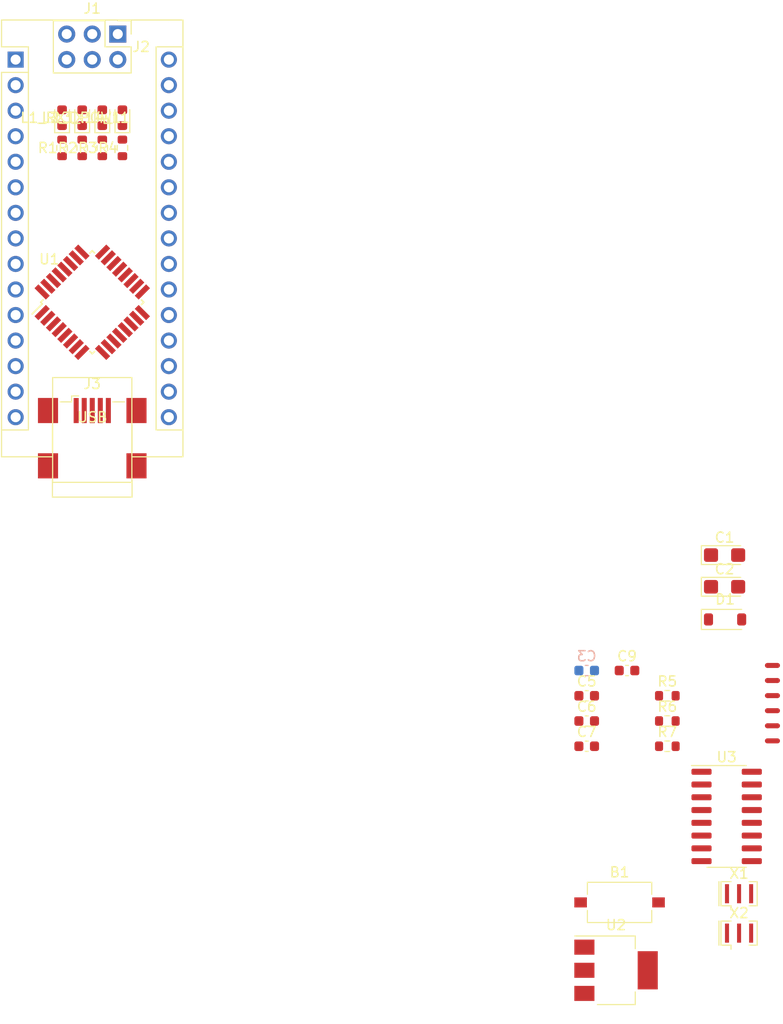
<source format=kicad_pcb>
(kicad_pcb (version 20221018) (generator pcbnew)
  (layers (0 "F.Cu" signal) (31 "B.Cu" signal) (34 "B.Paste" user) (35 "F.Paste" user) (36 "B.SilkS" user "B.Silkscreen") (37 "F.SilkS" user "F.Silkscreen") (38 "B.Mask" user) (39 "F.Mask" user) (44 "Edge.Cuts" user))
  (net 0 "")
  (net 1 "/tx_ch340")
  (net 2 "/pd0")
  (net 3 "/rx_ch340")
  (net 4 "/pd1")
  (net 5 "/pc6")
  (net 6 "+5V")
  (net 7 "+12V")
  (net 8 "Net-(U3-V3)")
  (net 9 "Net-(D1-A)")
  (net 10 "/pd2")
  (net 11 "/pd3")
  (net 12 "/pd4")
  (net 13 "/pd5")
  (net 14 "/pd6")
  (net 15 "/pd7")
  (net 16 "/pb0")
  (net 17 "/pb1")
  (net 18 "/pb2")
  (net 19 "/mosi")
  (net 20 "/miso")
  (net 21 "/pb5")
  (net 22 "+3V3")
  (net 23 "/aref")
  (net 24 "/pc0")
  (net 25 "/pc1")
  (net 26 "/pc2")
  (net 27 "/pc3")
  (net 28 "/adc4")
  (net 29 "/adc5")
  (net 30 "/adc6")
  (net 31 "/adc7")
  (net 35 "/usb_negative")
  (net 36 "/usb_plus")
  (net 37 "/usb_id")
  (net 38 "Net-(L1_RX1-K)")
  (net 39 "Net-(L2_TX1-K)")
  (net 40 "Net-(L3_POW1-A)")
  (net 41 "Net-(L4_L1-A)")
  (net 42 "/d13")
  (net 43 "Net-(U3-TXD)")
  (net 44 "Net-(U3-RXD)")
  (net 45 "/dtr")
  (net 46 "/pb6")
  (net 47 "/pb7")
  (net 48 "/xtal_1")
  (net 49 "/xtal_2")
  (net 50 "/cts")
  (net 51 "/dsr")
  (net 52 "/ri")
  (net 53 "/dcd")
  (net 54 "/rtr")
  (net 55 "/r232")
  (net 56 "/xtal_1_atmega328")
  (net 57 "/xtal_2_atmega328")
  (net 58 "/xtal_1_ch340")
  (net 59 "/xtal_2_ch340")
  (footprint "oomlout_oomp_part_footprints:c6nf100_electronic_capacitor_0603_100_nano_farad" (layer "F.Cu") (at 53.187 42.973)
    (fp_text reference "C9" (at 0 -1.43) (layer "F.SilkS"))
    (fp_text value "c6nf100")
    (fp_line (start -0.14058 -0.51) (end 0.14058 -0.51) (stroke (width 0.12)) (layer "F.SilkS"))
    (fp_line (start -0.14058 0.51) (end 0.14058 0.51) (stroke (width 0.12)) (layer "F.SilkS"))
    (pad "1" smd roundrect (at -0.775 0) (size 0.9 0.95) (layers "F.Cu" "F.Paste" "F.Mask") (net 6 "+5V"))
    (pad "2" smd roundrect (at 0.775 0) (size 0.9 0.95) (layers "F.Cu" "F.Paste" "F.Mask") (net 6 "+5V"))
  )
  (footprint "oomlout_oomp_part_footprints:r6o102_electronic_resistor_0603_1000_ohm" (layer "F.Cu") (at 57.197 50.503)
    (fp_text reference "R7" (at 0 -1.43) (layer "F.SilkS"))
    (fp_text value "r6o102")
    (fp_line (start -0.237258 -0.5225) (end 0.237258 -0.5225) (stroke (width 0.12)) (layer "F.SilkS"))
    (fp_line (start -0.237258 0.5225) (end 0.237258 0.5225) (stroke (width 0.12)) (layer "F.SilkS"))
    (pad "1" smd roundrect (at -0.825 0) (size 0.8 0.95) (layers "F.Cu" "F.Paste" "F.Mask") (net 45 "/dtr"))
    (pad "2" smd roundrect (at 0.825 0) (size 0.8 0.95) (layers "F.Cu" "F.Paste" "F.Mask") (net 6 "+5V"))
  )
  (footprint "oomlout_oomp_part_footprints:l6r_electronic_led_0603_red" (layer "F.Cu") (at 1 -12 90)
    (fp_text reference "L3_POW1" (at 0 -1.43) (layer "F.SilkS"))
    (fp_text value "l6r")
    (fp_line (start -1.485 -0.735) (end -1.485 0.735) (stroke (width 0.12)) (layer "F.SilkS"))
    (fp_line (start -1.485 0.735) (end 0.8 0.735) (stroke (width 0.12)) (layer "F.SilkS"))
    (fp_line (start 0.8 -0.735) (end -1.485 -0.735) (stroke (width 0.12)) (layer "F.SilkS"))
    (pad "1" smd roundrect (at -0.7875 0 90) (size 0.875 0.95) (layers "F.Cu" "F.Paste" "F.Mask") (net 6 "+5V"))
    (pad "2" smd roundrect (at 0.7875 0 90) (size 0.875 0.95) (layers "F.Cu" "F.Paste" "F.Mask") (net 40 "Net-(L3_POW1-A)"))
  )
  (footprint "oomlout_oomp_part_footprints:scumnsmo_electronic_socket_usb_mini_surface_mount_only" (layer "F.Cu") (at 0 19.717)
    (fp_text reference "J3" (at 0 -5.25) (layer "F.SilkS"))
    (fp_text value "scumnsmo")
    (fp_line (start -3.96 1.45) (end -3.96 -1.15) (stroke (width 0.12)) (layer "F.SilkS"))
    (fp_line (start -3.96 4.35) (end -3.96 6.01) (stroke (width 0.12)) (layer "F.SilkS"))
    (fp_line (start -3.96 6.01) (end 3.96 6.01) (stroke (width 0.12)) (layer "F.SilkS"))
    (fp_line (start -3.2 -3.46) (end -2.05 -3.46) (stroke (width 0.12)) (layer "F.SilkS"))
    (fp_line (start -2.05 -4.05) (end -1.35 -4.05) (stroke (width 0.12)) (layer "F.SilkS"))
    (fp_line (start -2.05 -3.46) (end -2.05 -4.05) (stroke (width 0.12)) (layer "F.SilkS"))
    (fp_line (start 2.05 -3.46) (end 3.2 -3.46) (stroke (width 0.12)) (layer "F.SilkS"))
    (fp_line (start 3.96 -1.15) (end 3.96 1.45) (stroke (width 0.12)) (layer "F.SilkS"))
    (fp_line (start 3.96 6.01) (end 3.96 4.35) (stroke (width 0.12)) (layer "F.SilkS"))
    (pad "" np_thru_hole circle (at -2.2 0) (size 0.9 0.9) (drill 0.9) (layers "*.Cu" "*.Mask"))
    (pad "" np_thru_hole circle (at 2.2 0) (size 0.9 0.9) (drill 0.9) (layers "*.Cu" "*.Mask"))
    (pad "1" smd rect (at -1.6 -2.6) (size 0.5 2.5) (layers "F.Cu" "F.Paste" "F.Mask") (net 9 "Net-(D1-A)"))
    (pad "2" smd rect (at -0.8 -2.6) (size 0.5 2.5) (layers "F.Cu" "F.Paste" "F.Mask") (net 35 "/usb_negative"))
    (pad "3" smd rect (at 0 -2.6) (size 0.5 2.5) (layers "F.Cu" "F.Paste" "F.Mask") (net 36 "/usb_plus"))
    (pad "4" smd rect (at 0.8 -2.6) (size 0.5 2.5) (layers "F.Cu" "F.Paste" "F.Mask") (net 37 "/usb_id"))
    (pad "5" smd rect (at 1.6 -2.6) (size 0.5 2.5) (layers "F.Cu" "F.Paste" "F.Mask") (net 6 "+5V"))
    (pad "6" smd rect (at -4.4 -2.6) (size 2 2.5) (layers "F.Cu" "F.Paste" "F.Mask") (net 6 "+5V"))
    (pad "6" smd rect (at -4.4 2.9) (size 2 2.5) (layers "F.Cu" "F.Paste" "F.Mask") (net 6 "+5V"))
    (pad "6" smd rect (at 4.4 -2.6) (size 2 2.5) (layers "F.Cu" "F.Paste" "F.Mask") (net 6 "+5V"))
    (pad "6" smd rect (at 4.4 2.9) (size 2 2.5) (layers "F.Cu" "F.Paste" "F.Mask") (net 6 "+5V"))
  )
  (footprint "oomlout_oomp_part_footprints:xcr3213mhz16_electronic_ceramic_resonator_3213_3_pin_ground_pin_2_16_mega_hertz" (layer "F.Cu") (at 64.332 65.168)
    (fp_text reference "X1" (at 0 -2) (layer "F.SilkS"))
    (fp_text value "xcr3213mhz16")
    (fp_line (start -2 -1.2) (end -2 0.8) (stroke (width 0.12)) (layer "F.SilkS"))
    (fp_line (start -2 0.8) (end -2 1.2) (stroke (width 0.12)) (layer "F.SilkS"))
    (fp_line (start -1.8 -1.2) (end -0.8 -1.2) (stroke (width 0.12)) (layer "F.SilkS"))
    (fp_line (start -1.8 0.8) (end -1.8 -1.2) (stroke (width 0.12)) (layer "F.SilkS"))
    (fp_line (start -1.8 0.8) (end -1.8 1.2) (stroke (width 0.12)) (layer "F.SilkS"))
    (fp_line (start -0.8 1.2) (end -1.8 1.2) (stroke (width 0.12)) (layer "F.SilkS"))
    (fp_line (start -0.8 1.2) (end -0.8 1.6) (stroke (width 0.12)) (layer "F.SilkS"))
    (fp_line (start 1 -1.2) (end 1.8 -1.2) (stroke (width 0.12)) (layer "F.SilkS"))
    (fp_line (start 1.8 -1.2) (end 1.8 0.8) (stroke (width 0.12)) (layer "F.SilkS"))
    (fp_line (start 1.8 0.8) (end 1.8 1.2) (stroke (width 0.12)) (layer "F.SilkS"))
    (fp_line (start 1.8 1.2) (end 1 1.2) (stroke (width 0.12)) (layer "F.SilkS"))
    (pad "1" smd rect (at -1.2 0) (size 0.4 1.9) (layers "F.Cu" "F.Paste" "F.Mask") (net 56 "/xtal_1_atmega328"))
    (pad "2" smd rect (at 0 0) (size 0.4 1.9) (layers "F.Cu" "F.Paste" "F.Mask") (net 6 "+5V"))
    (pad "3" smd rect (at 1.2 0) (size 0.4 1.9) (layers "F.Cu" "F.Paste" "F.Mask") (net 57 "/xtal_2_atmega328"))
  )
  (footprint "oomlout_oomp_part_footprints:l6r_electronic_led_0603_red" (layer "F.Cu") (at -1 -12 90)
    (fp_text reference "L2_TX1" (at 0 -1.43) (layer "F.SilkS"))
    (fp_text value "l6r")
    (fp_line (start -1.485 -0.735) (end -1.485 0.735) (stroke (width 0.12)) (layer "F.SilkS"))
    (fp_line (start -1.485 0.735) (end 0.8 0.735) (stroke (width 0.12)) (layer "F.SilkS"))
    (fp_line (start 0.8 -0.735) (end -1.485 -0.735) (stroke (width 0.12)) (layer "F.SilkS"))
    (pad "1" smd roundrect (at -0.7875 0 90) (size 0.875 0.95) (layers "F.Cu" "F.Paste" "F.Mask") (net 39 "Net-(L2_TX1-K)"))
    (pad "2" smd roundrect (at 0.7875 0 90) (size 0.875 0.95) (layers "F.Cu" "F.Paste" "F.Mask") (net 6 "+5V"))
  )
  (footprint "oomlout_oomp_part_footprints:r6o102_electronic_resistor_0603_1000_ohm" (layer "F.Cu") (at 1 -9 90)
    (fp_text reference "R3" (at 0 -1.43) (layer "F.SilkS"))
    (fp_text value "r6o102")
    (fp_line (start -0.237258 -0.5225) (end 0.237258 -0.5225) (stroke (width 0.12)) (layer "F.SilkS"))
    (fp_line (start -0.237258 0.5225) (end 0.237258 0.5225) (stroke (width 0.12)) (layer "F.SilkS"))
    (pad "1" smd roundrect (at -0.825 0 90) (size 0.8 0.95) (layers "F.Cu" "F.Paste" "F.Mask") (net 40 "Net-(L3_POW1-A)"))
    (pad "2" smd roundrect (at 0.825 0 90) (size 0.8 0.95) (layers "F.Cu" "F.Paste" "F.Mask") (net 6 "+5V"))
  )
  (footprint "oomlout_oomp_part_footprints:nt2_electronic_nettie_2_nets_smd" (layer "F.Cu") (at 67.652 46.968)
    (fp_text reference "nt2" hide)
    (fp_text value "nt2" hide)
    (fp_poly (pts (xy -0.5 -0.25) (xy 0.5 -0.25) (xy 0.5 0.25) (xy -0.5 0.25)) (fill solid) (layer "F.Cu"))
    (pad "1" smd circle (at -0.5 0) (size 0.5 0.5) (layers "F.Cu") (net 2 "/pd0"))
    (pad "2" smd circle (at 0.5 0) (size 0.5 0.5) (layers "F.Cu") (net 1 "/tx_ch340"))
  )
  (footprint "oomlout_oomp_part_footprints:catuf4d716v_electronic_capacitor_3216_avx_a_tantalum_4_7_micro_farad_16_volt" (layer "F.Cu") (at 62.892 31.493)
    (fp_text reference "C1" (at 0 -1.75) (layer "F.SilkS"))
    (fp_text value "catuf4d716v")
    (fp_line (start -2.31 -0.935) (end -2.31 0.935) (stroke (width 0.12)) (layer "F.SilkS"))
    (fp_line (start -2.31 0.935) (end 1.6 0.935) (stroke (width 0.12)) (layer "F.SilkS"))
    (fp_line (start 1.6 -0.935) (end -2.31 -0.935) (stroke (width 0.12)) (layer "F.SilkS"))
    (pad "1" smd roundrect (at -1.35 0) (size 1.4 1.35) (layers "F.Cu" "F.Paste" "F.Mask") (roundrect_rratio 0.185185) (net 7 "+12V"))
    (pad "2" smd roundrect (at 1.35 0) (size 1.4 1.35) (layers "F.Cu" "F.Paste" "F.Mask") (roundrect_rratio 0.185185) (net 6 "+5V"))
  )
  (footprint "oomlout_oomp_part_footprints:isp16ch340g_electronic_ic_sop_16_converter_usb_to_serial_converter_wch_ch340g" (layer "F.Cu") (at 63.097 57.483)
    (fp_text reference "U3" (at 0 -5.9) (layer "F.SilkS"))
    (fp_text value "isp16ch340g")
    (fp_line (start 0 -5.06) (end -3.5 -5.06) (stroke (width 0.12)) (layer "F.SilkS"))
    (fp_line (start 0 -5.06) (end 1.95 -5.06) (stroke (width 0.12)) (layer "F.SilkS"))
    (fp_line (start 0 5.06) (end -1.95 5.06) (stroke (width 0.12)) (layer "F.SilkS"))
    (fp_line (start 0 5.06) (end 1.95 5.06) (stroke (width 0.12)) (layer "F.SilkS"))
    (pad "1" smd roundrect (at -2.5 -4.445) (size 2 0.6) (layers "F.Cu" "F.Paste" "F.Mask") (net 6 "+5V"))
    (pad "2" smd roundrect (at -2.5 -3.175) (size 2 0.6) (layers "F.Cu" "F.Paste" "F.Mask") (net 43 "Net-(U3-TXD)"))
    (pad "3" smd roundrect (at -2.5 -1.905) (size 2 0.6) (layers "F.Cu" "F.Paste" "F.Mask") (net 44 "Net-(U3-RXD)"))
    (pad "4" smd roundrect (at -2.5 -0.635) (size 2 0.6) (layers "F.Cu" "F.Paste" "F.Mask") (net 8 "Net-(U3-V3)"))
    (pad "5" smd roundrect (at -2.5 0.635) (size 2 0.6) (layers "F.Cu" "F.Paste" "F.Mask") (net 36 "/usb_plus"))
    (pad "6" smd roundrect (at -2.5 1.905) (size 2 0.6) (layers "F.Cu" "F.Paste" "F.Mask") (net 35 "/usb_negative"))
    (pad "7" smd roundrect (at -2.5 3.175) (size 2 0.6) (layers "F.Cu" "F.Paste" "F.Mask") (net 48 "/xtal_1"))
    (pad "8" smd roundrect (at -2.5 4.445) (size 2 0.6) (layers "F.Cu" "F.Paste" "F.Mask") (net 49 "/xtal_2"))
    (pad "9" smd roundrect (at 2.5 4.445) (size 2 0.6) (layers "F.Cu" "F.Paste" "F.Mask") (net 50 "/cts"))
    (pad "10" smd roundrect (at 2.5 3.175) (size 2 0.6) (layers "F.Cu" "F.Paste" "F.Mask") (net 51 "/dsr"))
    (pad "11" smd roundrect (at 2.5 1.905) (size 2 0.6) (layers "F.Cu" "F.Paste" "F.Mask") (net 52 "/ri"))
    (pad "12" smd roundrect (at 2.5 0.635) (size 2 0.6) (layers "F.Cu" "F.Paste" "F.Mask") (net 53 "/dcd"))
    (pad "13" smd roundrect (at 2.5 -0.635) (size 2 0.6) (layers "F.Cu" "F.Paste" "F.Mask") (net 45 "/dtr"))
    (pad "14" smd roundrect (at 2.5 -1.905) (size 2 0.6) (layers "F.Cu" "F.Paste" "F.Mask") (net 54 "/rtr"))
    (pad "15" smd roundrect (at 2.5 -3.175) (size 2 0.6) (layers "F.Cu" "F.Paste" "F.Mask") (net 55 "/r232"))
    (pad "16" smd roundrect (at 2.5 -4.445) (size 2 0.6) (layers "F.Cu" "F.Paste" "F.Mask") (net 6 "+5V"))
  )
  (footprint "oomlout_oomp_part_footprints:r6o102_electronic_resistor_0603_1000_ohm" (layer "F.Cu") (at 3 -9 90)
    (fp_text reference "R4" (at 0 -1.43) (layer "F.SilkS"))
    (fp_text value "r6o102")
    (fp_line (start -0.237258 -0.5225) (end 0.237258 -0.5225) (stroke (width 0.12)) (layer "F.SilkS"))
    (fp_line (start -0.237258 0.5225) (end 0.237258 0.5225) (stroke (width 0.12)) (layer "F.SilkS"))
    (pad "1" smd roundrect (at -0.825 0 90) (size 0.8 0.95) (layers "F.Cu" "F.Paste" "F.Mask") (net 41 "Net-(L4_L1-A)"))
    (pad "2" smd roundrect (at 0.825 0 90) (size 0.8 0.95) (layers "F.Cu" "F.Paste" "F.Mask") (net 42 "/d13"))
  )
  (footprint "oomlout_oomp_part_footprints:l6r_electronic_led_0603_red" (layer "F.Cu") (at 3 -12 90)
    (fp_text reference "L4_L1" (at 0 -1.43) (layer "F.SilkS"))
    (fp_text value "l6r")
    (fp_line (start -1.485 -0.735) (end -1.485 0.735) (stroke (width 0.12)) (layer "F.SilkS"))
    (fp_line (start -1.485 0.735) (end 0.8 0.735) (stroke (width 0.12)) (layer "F.SilkS"))
    (fp_line (start 0.8 -0.735) (end -1.485 -0.735) (stroke (width 0.12)) (layer "F.SilkS"))
    (pad "1" smd roundrect (at -0.7875 0 90) (size 0.875 0.95) (layers "F.Cu" "F.Paste" "F.Mask") (net 6 "+5V"))
    (pad "2" smd roundrect (at 0.7875 0 90) (size 0.875 0.95) (layers "F.Cu" "F.Paste" "F.Mask") (net 41 "Net-(L4_L1-A)"))
  )
  (footprint "oomlout_oomp_part_footprints:r6o102_electronic_resistor_0603_1000_ohm" (layer "F.Cu") (at 57.197 45.483)
    (fp_text reference "R5" (at 0 -1.43) (layer "F.SilkS"))
    (fp_text value "r6o102")
    (fp_line (start -0.237258 -0.5225) (end 0.237258 -0.5225) (stroke (width 0.12)) (layer "F.SilkS"))
    (fp_line (start -0.237258 0.5225) (end 0.237258 0.5225) (stroke (width 0.12)) (layer "F.SilkS"))
    (pad "1" smd roundrect (at -0.825 0) (size 0.8 0.95) (layers "F.Cu" "F.Paste" "F.Mask") (net 43 "Net-(U3-TXD)"))
    (pad "2" smd roundrect (at 0.825 0) (size 0.8 0.95) (layers "F.Cu" "F.Paste" "F.Mask") (net 1 "/tx_ch340"))
  )
  (footprint "oomlout_oomp_part_footprints:c6nf100_electronic_capacitor_0603_100_nano_farad" (layer "F.Cu") (at 49.177 47.993)
    (fp_text reference "C6" (at 0 -1.43) (layer "F.SilkS"))
    (fp_text value "c6nf100")
    (fp_line (start -0.14058 -0.51) (end 0.14058 -0.51) (stroke (width 0.12)) (layer "F.SilkS"))
    (fp_line (start -0.14058 0.51) (end 0.14058 0.51) (stroke (width 0.12)) (layer "F.SilkS"))
    (pad "1" smd roundrect (at -0.775 0) (size 0.9 0.95) (layers "F.Cu" "F.Paste" "F.Mask") (net 6 "+5V"))
    (pad "2" smd roundrect (at 0.775 0) (size 0.9 0.95) (layers "F.Cu" "F.Paste" "F.Mask") (net 6 "+5V"))
  )
  (footprint "oomlout_oomp_part_footprints:c6nf100_electronic_capacitor_0603_100_nano_farad" (layer "F.Cu") (at 49.177 50.503)
    (fp_text reference "C7" (at 0 -1.43) (layer "F.SilkS"))
    (fp_text value "c6nf100")
    (fp_line (start -0.14058 -0.51) (end 0.14058 -0.51) (stroke (width 0.12)) (layer "F.SilkS"))
    (fp_line (start -0.14058 0.51) (end 0.14058 0.51) (stroke (width 0.12)) (layer "F.SilkS"))
    (pad "1" smd roundrect (at -0.775 0) (size 0.9 0.95) (layers "F.Cu" "F.Paste" "F.Mask") (net 7 "+12V"))
    (pad "2" smd roundrect (at 0.775 0) (size 0.9 0.95) (layers "F.Cu" "F.Paste" "F.Mask") (net 6 "+5V"))
  )
  (footprint "oomlout_oomp_part_footprints:nt2_electronic_nettie_2_nets_smd" (layer "F.Cu") (at 67.652 49.968)
    (fp_text reference "nt6" hide)
    (fp_text value "nt2" hide)
    (fp_poly (pts (xy -0.5 -0.25) (xy 0.5 -0.25) (xy 0.5 0.25) (xy -0.5 0.25)) (fill solid) (layer "F.Cu"))
    (pad "1" smd circle (at -0.5 0) (size 0.5 0.5) (layers "F.Cu") (net 2 "/pd0"))
    (pad "2" smd circle (at 0.5 0) (size 0.5 0.5) (layers "F.Cu") (net 2 "/pd0"))
  )
  (footprint "oomlout_oomp_part_footprints:dssod123pmb2_electronic_diode_schottky_sod_123_package_marking_b2_mbr0520" (layer "F.Cu") (at 62.942 37.893)
    (fp_text reference "D1" (at 0 -2) (layer "F.SilkS"))
    (fp_text value "dssod123pmb2")
    (fp_line (start -2.36 -1) (end -2.36 1) (stroke (width 0.12)) (layer "F.SilkS"))
    (fp_line (start -2.36 -1) (end 1.65 -1) (stroke (width 0.12)) (layer "F.SilkS"))
    (fp_line (start -2.36 1) (end 1.65 1) (stroke (width 0.12)) (layer "F.SilkS"))
    (pad "1" smd roundrect (at -1.65 0) (size 0.9 1.2) (layers "F.Cu" "F.Paste" "F.Mask") (net 6 "+5V"))
    (pad "2" smd roundrect (at 1.65 0) (size 0.9 1.2) (layers "F.Cu" "F.Paste" "F.Mask") (net 9 "Net-(D1-A)"))
  )
  (footprint "oomlout_oomp_part_footprints:nt2_electronic_nettie_2_nets_smd" (layer "F.Cu") (at 67.652 42.468)
    (fp_text reference "1111" hide)
    (fp_text value "nt2" hide)
    (fp_poly (pts (xy -0.5 -0.25) (xy 0.5 -0.25) (xy 0.5 0.25) (xy -0.5 0.25)) (fill solid) (layer "F.Cu"))
    (pad "1" smd circle (at -0.5 0) (size 0.5 0.5) (layers "F.Cu") (net 1 "/tx_ch340"))
    (pad "2" smd circle (at 0.5 0) (size 0.5 0.5) (layers "F.Cu") (net 2 "/pd0"))
  )
  (footprint "oomlout_oomp_part_footprints:l6r_electronic_led_0603_red" (layer "F.Cu") (at -3 -12 90)
    (fp_text reference "L1_RX1" (at 0 -1.43) (layer "F.SilkS"))
    (fp_text value "l6r")
    (fp_line (start -1.485 -0.735) (end -1.485 0.735) (stroke (width 0.12)) (layer "F.SilkS"))
    (fp_line (start -1.485 0.735) (end 0.8 0.735) (stroke (width 0.12)) (layer "F.SilkS"))
    (fp_line (start 0.8 -0.735) (end -1.485 -0.735) (stroke (width 0.12)) (layer "F.SilkS"))
    (pad "1" smd roundrect (at -0.7875 0 90) (size 0.875 0.95) (layers "F.Cu" "F.Paste" "F.Mask") (net 38 "Net-(L1_RX1-K)"))
    (pad "2" smd roundrect (at 0.7875 0 90) (size 0.875 0.95) (layers "F.Cu" "F.Paste" "F.Mask") (net 6 "+5V"))
  )
  (footprint "oomlout_oomp_part_footprints:catuf4d716v_electronic_capacitor_3216_avx_a_tantalum_4_7_micro_farad_16_volt" (layer "F.Cu") (at 62.892 34.643)
    (fp_text reference "C2" (at 0 -1.75) (layer "F.SilkS"))
    (fp_text value "catuf4d716v")
    (fp_line (start -2.31 -0.935) (end -2.31 0.935) (stroke (width 0.12)) (layer "F.SilkS"))
    (fp_line (start -2.31 0.935) (end 1.6 0.935) (stroke (width 0.12)) (layer "F.SilkS"))
    (fp_line (start 1.6 -0.935) (end -2.31 -0.935) (stroke (width 0.12)) (layer "F.SilkS"))
    (pad "1" smd roundrect (at -1.35 0) (size 1.4 1.35) (layers "F.Cu" "F.Paste" "F.Mask") (roundrect_rratio 0.185185) (net 6 "+5V"))
    (pad "2" smd roundrect (at 1.35 0) (size 1.4 1.35) (layers "F.Cu" "F.Paste" "F.Mask") (roundrect_rratio 0.185185) (net 6 "+5V"))
  )
  (footprint "oomlout_oomp_part_footprints:r6o102_electronic_resistor_0603_1000_ohm" (layer "F.Cu") (at -3 -9 90)
    (fp_text reference "R1" (at 0 -1.43) (layer "F.SilkS"))
    (fp_text value "r6o102")
    (fp_line (start -0.237258 -0.5225) (end 0.237258 -0.5225) (stroke (width 0.12)) (layer "F.SilkS"))
    (fp_line (start -0.237258 0.5225) (end 0.237258 0.5225) (stroke (width 0.12)) (layer "F.SilkS"))
    (pad "1" smd roundrect (at -0.825 0 90) (size 0.8 0.95) (layers "F.Cu" "F.Paste" "F.Mask") (net 38 "Net-(L1_RX1-K)"))
    (pad "2" smd roundrect (at 0.825 0 90) (size 0.8 0.95) (layers "F.Cu" "F.Paste" "F.Mask") (net 2 "/pd0"))
  )
  (footprint "oomlout_oomp_part_footprints:xcr3213mhz12_electronic_ceramic_resonator_3213_3_pin_ground_pin_2_12_mega_hertz" (layer "F.Cu") (at 64.332 69.088)
    (fp_text reference "X2" (at 0 -2) (layer "F.SilkS"))
    (fp_text value "xcr3213mhz12")
    (fp_line (start -2 -1.2) (end -2 0.8) (stroke (width 0.12)) (layer "F.SilkS"))
    (fp_line (start -2 0.8) (end -2 1.2) (stroke (width 0.12)) (layer "F.SilkS"))
    (fp_line (start -1.8 -1.2) (end -0.8 -1.2) (stroke (width 0.12)) (layer "F.SilkS"))
    (fp_line (start -1.8 0.8) (end -1.8 -1.2) (stroke (width 0.12)) (layer "F.SilkS"))
    (fp_line (start -1.8 0.8) (end -1.8 1.2) (stroke (width 0.12)) (layer "F.SilkS"))
    (fp_line (start -0.8 1.2) (end -1.8 1.2) (stroke (width 0.12)) (layer "F.SilkS"))
    (fp_line (start -0.8 1.2) (end -0.8 1.6) (stroke (width 0.12)) (layer "F.SilkS"))
    (fp_line (start 1 -1.2) (end 1.8 -1.2) (stroke (width 0.12)) (layer "F.SilkS"))
    (fp_line (start 1.8 -1.2) (end 1.8 0.8) (stroke (width 0.12)) (layer "F.SilkS"))
    (fp_line (start 1.8 0.8) (end 1.8 1.2) (stroke (width 0.12)) (layer "F.SilkS"))
    (fp_line (start 1.8 1.2) (end 1 1.2) (stroke (width 0.12)) (layer "F.SilkS"))
    (pad "1" smd rect (at -1.2 0) (size 0.4 1.9) (layers "F.Cu" "F.Paste" "F.Mask") (net 58 "/xtal_1_ch340"))
    (pad "2" smd rect (at 0 0) (size 0.4 1.9) (layers "F.Cu" "F.Paste" "F.Mask") (net 6 "+5V"))
    (pad "3" smd rect (at 1.2 0) (size 0.4 1.9) (layers "F.Cu" "F.Paste" "F.Mask") (net 59 "/xtal_2_ch340"))
  )
  (footprint "oomlout_oomp_part_footprints:r6o102_electronic_resistor_0603_1000_ohm" (layer "F.Cu") (at -1 -9 90)
    (fp_text reference "R2" (at 0 -1.43) (layer "F.SilkS"))
    (fp_text value "r6o102")
    (fp_line (start -0.237258 -0.5225) (end 0.237258 -0.5225) (stroke (width 0.12)) (layer "F.SilkS"))
    (fp_line (start -0.237258 0.5225) (end 0.237258 0.5225) (stroke (width 0.12)) (layer "F.SilkS"))
    (pad "1" smd roundrect (at -0.825 0 90) (size 0.8 0.95) (layers "F.Cu" "F.Paste" "F.Mask") (net 39 "Net-(L2_TX1-K)"))
    (pad "2" smd roundrect (at 0.825 0 90) (size 0.8 0.95) (layers "F.Cu" "F.Paste" "F.Mask") (net 4 "/pd1"))
  )
  (footprint "oomlout_oomp_part_footprints:hi12x3p_electronic_header_2d54_mm_dual_row_2x3_dual_row_6_pin" (layer "F.Cu") (at 2.54 -20.32 -90)
    (fp_text reference "J2" (at 1.27 -2.33) (layer "F.SilkS"))
    (fp_text value "hi12x3p")
    (fp_line (start -1.33 -1.33) (end 0 -1.33) (stroke (width 0.12)) (layer "F.SilkS"))
    (fp_line (start -1.33 0) (end -1.33 -1.33) (stroke (width 0.12)) (layer "F.SilkS"))
    (fp_line (start -1.33 1.27) (end -1.33 6.41) (stroke (width 0.12)) (layer "F.SilkS"))
    (fp_line (start -1.33 1.27) (end 1.27 1.27) (stroke (width 0.12)) (layer "F.SilkS"))
    (fp_line (start -1.33 6.41) (end 3.87 6.41) (stroke (width 0.12)) (layer "F.SilkS"))
    (fp_line (start 1.27 -1.33) (end 3.87 -1.33) (stroke (width 0.12)) (layer "F.SilkS"))
    (fp_line (start 1.27 1.27) (end 1.27 -1.33) (stroke (width 0.12)) (layer "F.SilkS"))
    (fp_line (start 3.87 -1.33) (end 3.87 6.41) (stroke (width 0.12)) (layer "F.SilkS"))
    (pad "1" thru_hole rect (at 0 0 270) (size 1.7 1.7) (drill 1) (layers "*.Cu" "*.Mask"))
    (pad "2" thru_hole oval (at 2.54 0 270) (size 1.7 1.7) (drill 1) (layers "*.Cu" "*.Mask") (net 6 "+5V"))
    (pad "3" thru_hole oval (at 0 2.54 270) (size 1.7 1.7) (drill 1) (layers "*.Cu" "*.Mask"))
    (pad "4" thru_hole oval (at 2.54 2.54 270) (size 1.7 1.7) (drill 1) (layers "*.Cu" "*.Mask") (net 19 "/mosi"))
    (pad "5" thru_hole oval (at 0 5.08 270) (size 1.7 1.7) (drill 1) (layers "*.Cu" "*.Mask"))
    (pad "6" thru_hole oval (at 2.54 5.08 270) (size 1.7 1.7) (drill 1) (layers "*.Cu" "*.Mask") (net 6 "+5V"))
  )
  (footprint "oomlout_oomp_part_footprints:b3560s_electronic_button_3_5_mm_x_6_mm_x_2_5_mm_surface_mount" (layer "F.Cu") (at 52.447 66.033)
    (fp_text reference "B1" (at 0 -3 unlocked) (layer "F.SilkS"))
    (fp_text value "b3560s")
    (fp_line (start -3.2 -2) (end -3.2 -0.8) (stroke (width 0.12)) (layer "F.SilkS"))
    (fp_line (start -3.2 0.8) (end -3.2 2) (stroke (width 0.12)) (layer "F.SilkS"))
    (fp_line (start -3.2 2) (end 3.2 2) (stroke (width 0.12)) (layer "F.SilkS"))
    (fp_line (start 3.2 -2) (end -3.2 -2) (stroke (width 0.12)) (layer "F.SilkS"))
    (fp_line (start 3.2 -0.8) (end 3.2 -2) (stroke (width 0.12)) (layer "F.SilkS"))
    (fp_line (start 3.2 2) (end 3.2 0.8) (stroke (width 0.12)) (layer "F.SilkS"))
    (pad "1" smd rect (at -3.875 0) (size 1.25 1) (layers "F.Cu" "F.Paste" "F.Mask") (net 5 "/pc6"))
    (pad "2" smd rect (at 3.875 0) (size 1.25 1) (layers "F.Cu" "F.Paste" "F.Mask") (net 6 "+5V"))
  )
  (footprint "oomlout_oomp_part_footprints:itq32at328_electronic_ic_tqfp_32_mcu_atmega328_microchip_atmega328p_aur" (layer "F.Cu") (at 0 6.35 45)
    (fp_text reference "U1" (at 0 -6.05) (layer "F.SilkS"))
    (fp_text value "itq32at328")
    (fp_line (start -3.625 -3.625) (end -3.625 -3.4) (stroke (width 0.15)) (layer "F.SilkS"))
    (fp_line (start -3.625 -3.625) (end -3.3 -3.625) (stroke (width 0.15)) (layer "F.SilkS"))
    (fp_line (start -3.625 -3.4) (end -5.05 -3.4) (stroke (width 0.15)) (layer "F.SilkS"))
    (fp_line (start -3.625 3.625) (end -3.625 3.3) (stroke (width 0.15)) (layer "F.SilkS"))
    (fp_line (start -3.625 3.625) (end -3.3 3.625) (stroke (width 0.15)) (layer "F.SilkS"))
    (fp_line (start 3.625 -3.625) (end 3.3 -3.625) (stroke (width 0.15)) (layer "F.SilkS"))
    (fp_line (start 3.625 -3.625) (end 3.625 -3.3) (stroke (width 0.15)) (layer "F.SilkS"))
    (fp_line (start 3.625 3.625) (end 3.3 3.625) (stroke (width 0.15)) (layer "F.SilkS"))
    (fp_line (start 3.625 3.625) (end 3.625 3.3) (stroke (width 0.15)) (layer "F.SilkS"))
    (pad "1" smd rect (at -4.25 -2.8 45) (size 1.6 0.55) (layers "F.Cu" "F.Paste" "F.Mask") (net 11 "/pd3"))
    (pad "2" smd rect (at -4.25 -2 45) (size 1.6 0.55) (layers "F.Cu" "F.Paste" "F.Mask") (net 12 "/pd4"))
    (pad "3" smd rect (at -4.25 -1.2 45) (size 1.6 0.55) (layers "F.Cu" "F.Paste" "F.Mask") (net 6 "+5V"))
    (pad "4" smd rect (at -4.25 -0.4 45) (size 1.6 0.55) (layers "F.Cu" "F.Paste" "F.Mask") (net 6 "+5V"))
    (pad "5" smd rect (at -4.25 0.4 45) (size 1.6 0.55) (layers "F.Cu" "F.Paste" "F.Mask") (net 6 "+5V"))
    (pad "6" smd rect (at -4.25 1.2 45) (size 1.6 0.55) (layers "F.Cu" "F.Paste" "F.Mask") (net 6 "+5V"))
    (pad "7" smd rect (at -4.25 2 45) (size 1.6 0.55) (layers "F.Cu" "F.Paste" "F.Mask") (net 46 "/pb6"))
    (pad "8" smd rect (at -4.25 2.8 45) (size 1.6 0.55) (layers "F.Cu" "F.Paste" "F.Mask") (net 47 "/pb7"))
    (pad "9" smd rect (at -2.8 4.25 135) (size 1.6 0.55) (layers "F.Cu" "F.Paste" "F.Mask") (net 13 "/pd5"))
    (pad "10" smd rect (at -2 4.25 135) (size 1.6 0.55) (layers "F.Cu" "F.Paste" "F.Mask") (net 14 "/pd6"))
    (pad "11" smd rect (at -1.2 4.25 135) (size 1.6 0.55) (layers "F.Cu" "F.Paste" "F.Mask") (net 15 "/pd7"))
    (pad "12" smd rect (at -0.4 4.25 135) (size 1.6 0.55) (layers "F.Cu" "F.Paste" "F.Mask") (net 16 "/pb0"))
    (pad "13" smd rect (at 0.4 4.25 135) (size 1.6 0.55) (layers "F.Cu" "F.Paste" "F.Mask") (net 17 "/pb1"))
    (pad "14" smd rect (at 1.2 4.25 135) (size 1.6 0.55) (layers "F.Cu" "F.Paste" "F.Mask") (net 18 "/pb2"))
    (pad "15" smd rect (at 2 4.25 135) (size 1.6 0.55) (layers "F.Cu" "F.Paste" "F.Mask") (net 19 "/mosi"))
    (pad "16" smd rect (at 2.8 4.25 135) (size 1.6 0.55) (layers "F.Cu" "F.Paste" "F.Mask") (net 20 "/miso"))
    (pad "17" smd rect (at 4.25 2.8 45) (size 1.6 0.55) (layers "F.Cu" "F.Paste" "F.Mask") (net 21 "/pb5"))
    (pad "18" smd rect (at 4.25 2 45) (size 1.6 0.55) (layers "F.Cu" "F.Paste" "F.Mask") (net 6 "+5V"))
    (pad "19" smd rect (at 4.25 1.2 45) (size 1.6 0.55) (layers "F.Cu" "F.Paste" "F.Mask") (net 30 "/adc6"))
    (pad "20" smd rect (at 4.25 0.4 45) (size 1.6 0.55) (layers "F.Cu" "F.Paste" "F.Mask") (net 23 "/aref"))
    (pad "21" smd rect (at 4.25 -0.4 45) (size 1.6 0.55) (layers "F.Cu" "F.Paste" "F.Mask") (net 6 "+5V"))
    (pad "22" smd rect (at 4.25 -1.2 45) (size 1.6 0.55) (layers "F.Cu" "F.Paste" "F.Mask") (net 31 "/adc7"))
    (pad "23" smd rect (at 4.25 -2 45) (size 1.6 0.55) (layers "F.Cu" "F.Paste" "F.Mask") (net 24 "/pc0"))
    (pad "24" smd rect (at 4.25 -2.8 45) (size 1.6 0.55) (layers "F.Cu" "F.Paste" "F.Mask") (net 25 "/pc1"))
    (pad "25" smd rect (at 2.8 -4.25 135) (size 1.6 0.55) (layers "F.Cu" "F.Paste" "F.Mask") (net 26 "/pc2"))
    (pad "26" smd rect (at 2 -4.25 135) (size 1.6 0.55) (layers "F.Cu" "F.Paste" "F.Mask") (net 27 "/pc3"))
    (pad "27" smd rect (at 1.2 -4.25 135) (size 1.6 0.55) (layers "F.Cu" "F.Paste" "F.Mask") (net 28 "/adc4"))
    (pad "28" smd rect (at 0.4 -4.25 135) (size 1.6 0.55) (layers "F.Cu" "F.Paste" "F.Mask") (net 29 "/adc5"))
    (pad "29" smd rect (at -0.4 -4.25 135) (size 1.6 0.55) (layers "F.Cu" "F.Paste" "F.Mask") (net 5 "/pc6"))
    (pad "30" smd rect (at -1.2 -4.25 135) (size 1.6 0.55) (layers "F.Cu" "F.Paste" "F.Mask") (net 2 "/pd0"))
    (pad "31" smd rect (at -2 -4.25 135) (size 1.6 0.55) (layers "F.Cu" "F.Paste" "F.Mask") (net 4 "/pd1"))
    (pad "32" smd rect (at -2.8 -4.25 135) (size 1.6 0.55) (layers "F.Cu" "F.Paste" "F.Mask") (net 10 "/pd2"))
  )
  (footprint "oomlout_oomp_part_footprints:nt2_electronic_nettie_2_nets_smd" (layer "F.Cu") (at 67.652 43.968)
    (fp_text reference "11111" hide)
    (fp_text value "nt2" hide)
    (fp_poly (pts (xy -0.5 -0.25) (xy 0.5 -0.25) (xy 0.5 0.25) (xy -0.5 0.25)) (fill solid) (layer "F.Cu"))
    (pad "1" smd circle (at -0.5 0) (size 0.5 0.5) (layers "F.Cu") (net 3 "/rx_ch340"))
    (pad "2" smd circle (at 0.5 0) (size 0.5 0.5) (layers "F.Cu") (net 4 "/pd1"))
  )
  (footprint "oomlout_oomp_part_footprints:pms22311171d5v_electronic_pmic_sot_223_linear_1117_1_5_volt" (layer "F.Cu") (at 52.097 72.783)
    (fp_text reference "U2" (at 0 -4.5) (layer "F.SilkS"))
    (fp_text value "pms22311171d5v")
    (fp_line (start -4.1 -3.41) (end 1.91 -3.41) (stroke (width 0.12)) (layer "F.SilkS"))
    (fp_line (start -1.85 3.41) (end 1.91 3.41) (stroke (width 0.12)) (layer "F.SilkS"))
    (fp_line (start 1.91 -3.41) (end 1.91 -2.15) (stroke (width 0.12)) (layer "F.SilkS"))
    (fp_line (start 1.91 3.41) (end 1.91 2.15) (stroke (width 0.12)) (layer "F.SilkS"))
    (pad "1" smd rect (at -3.15 -2.3) (size 2 1.5) (layers "F.Cu" "F.Paste" "F.Mask") (net 6 "+5V"))
    (pad "2" smd rect (at -3.15 0) (size 2 1.5) (layers "F.Cu" "F.Paste" "F.Mask") (net 6 "+5V"))
    (pad "3" smd rect (at -3.15 2.3) (size 2 1.5) (layers "F.Cu" "F.Paste" "F.Mask") (net 7 "+12V"))
    (pad "4" smd rect (at 3.15 0) (size 2 3.8) (layers "F.Cu" "F.Paste" "F.Mask"))
  )
  (footprint "oomlout_oomp_part_footprints:nt2_electronic_nettie_2_nets_smd" (layer "F.Cu") (at 67.652 48.468)
    (fp_text reference "nt5" hide)
    (fp_text value "nt2" hide)
    (fp_poly (pts (xy -0.5 -0.25) (xy 0.5 -0.25) (xy 0.5 0.25) (xy -0.5 0.25)) (fill solid) (layer "F.Cu"))
    (pad "1" smd circle (at -0.5 0) (size 0.5 0.5) (layers "F.Cu") (net 4 "/pd1"))
    (pad "2" smd circle (at 0.5 0) (size 0.5 0.5) (layers "F.Cu") (net 4 "/pd1"))
  )
  (footprint "oomlout_oomp_part_footprints:nt2_electronic_nettie_2_nets_smd" (layer "F.Cu") (at 67.652 45.468)
    (fp_text reference "nt1" hide)
    (fp_text value "nt2" hide)
    (fp_poly (pts (xy -0.5 -0.25) (xy 0.5 -0.25) (xy 0.5 0.25) (xy -0.5 0.25)) (fill solid) (layer "F.Cu"))
    (pad "1" smd circle (at -0.5 0) (size 0.5 0.5) (layers "F.Cu") (net 4 "/pd1"))
    (pad "2" smd circle (at 0.5 0) (size 0.5 0.5) (layers "F.Cu") (net 3 "/rx_ch340"))
  )
  (footprint "oomlout_oomp_part_footprints:c6nf100_electronic_capacitor_0603_100_nano_farad" (layer "F.Cu") (at 49.177 45.483)
    (fp_text reference "C5" (at 0 -1.43) (layer "F.SilkS"))
    (fp_text value "c6nf100")
    (fp_line (start -0.14058 -0.51) (end 0.14058 -0.51) (stroke (width 0.12)) (layer "F.SilkS"))
    (fp_line (start -0.14058 0.51) (end 0.14058 0.51) (stroke (width 0.12)) (layer "F.SilkS"))
    (pad "1" smd roundrect (at -0.775 0) (size 0.9 0.95) (layers "F.Cu" "F.Paste" "F.Mask") (net 6 "+5V"))
    (pad "2" smd roundrect (at 0.775 0) (size 0.9 0.95) (layers "F.Cu" "F.Paste" "F.Mask") (net 5 "/pc6"))
  )
  (footprint "oomlout_oomp_part_footprints:r6o102_electronic_resistor_0603_1000_ohm" (layer "F.Cu") (at 57.197 47.993)
    (fp_text reference "R6" (at 0 -1.43) (layer "F.SilkS"))
    (fp_text value "r6o102")
    (fp_line (start -0.237258 -0.5225) (end 0.237258 -0.5225) (stroke (width 0.12)) (layer "F.SilkS"))
    (fp_line (start -0.237258 0.5225) (end 0.237258 0.5225) (stroke (width 0.12)) (layer "F.SilkS"))
    (pad "1" smd roundrect (at -0.825 0) (size 0.8 0.95) (layers "F.Cu" "F.Paste" "F.Mask") (net 44 "Net-(U3-RXD)"))
    (pad "2" smd roundrect (at 0.825 0) (size 0.8 0.95) (layers "F.Cu" "F.Paste" "F.Mask") (net 3 "/rx_ch340"))
  )
  (footprint "oomlout_oomp_part_footprints:bbat328_electronic_breakout_board_mcu_atmega328_shennie" (layer "F.Cu") (at -7.62 -17.78)
    (fp_text reference "J1" (at 7.62 -5.08) (layer "F.SilkS"))
    (fp_text value "bbat328")
    (fp_text user "USB" (at 7.62 35.56 unlocked) (layer "F.SilkS"))
    (fp_line (start -1.4 -3.94) (end -1.4 -1.27) (stroke (width 0.12)) (layer "F.SilkS"))
    (fp_line (start -1.4 1.27) (end -1.4 39.5) (stroke (width 0.12)) (layer "F.SilkS"))
    (fp_line (start -1.4 39.5) (end 3.68 39.5) (stroke (width 0.12)) (layer "F.SilkS"))
    (fp_line (start 1.27 -1.27) (end -1.4 -1.27) (stroke (width 0.12)) (layer "F.SilkS"))
    (fp_line (start 1.27 1.27) (end -1.4 1.27) (stroke (width 0.12)) (layer "F.SilkS"))
    (fp_line (start 1.27 1.27) (end 1.27 -1.27) (stroke (width 0.12)) (layer "F.SilkS"))
    (fp_line (start 1.27 1.27) (end 1.27 36.83) (stroke (width 0.12)) (layer "F.SilkS"))
    (fp_line (start 1.27 36.83) (end -1.4 36.83) (stroke (width 0.12)) (layer "F.SilkS"))
    (fp_line (start 3.68 31.62) (end 11.56 31.62) (stroke (width 0.12)) (layer "F.SilkS"))
    (fp_line (start 3.68 42.04) (end 3.68 31.62) (stroke (width 0.12)) (layer "F.SilkS"))
    (fp_line (start 11.56 31.62) (end 11.56 42.04) (stroke (width 0.12)) (layer "F.SilkS"))
    (fp_line (start 11.56 42.04) (end 3.68 42.04) (stroke (width 0.12)) (layer "F.SilkS"))
    (fp_line (start 13.97 -1.27) (end 13.97 36.83) (stroke (width 0.12)) (layer "F.SilkS"))
    (fp_line (start 13.97 -1.27) (end 16.64 -1.27) (stroke (width 0.12)) (layer "F.SilkS"))
    (fp_line (start 13.97 36.83) (end 16.64 36.83) (stroke (width 0.12)) (layer "F.SilkS"))
    (fp_line (start 16.64 -3.94) (end -1.4 -3.94) (stroke (width 0.12)) (layer "F.SilkS"))
    (fp_line (start 16.64 39.5) (end 11.56 39.5) (stroke (width 0.12)) (layer "F.SilkS"))
    (fp_line (start 16.64 39.5) (end 16.64 -3.94) (stroke (width 0.12)) (layer "F.SilkS"))
    (pad "" np_thru_hole circle (at 0 -2.54) (size 1.78 1.78) (drill 1.78) (layers "*.Cu" "*.Mask"))
    (pad "" np_thru_hole circle (at 0 38.1) (size 1.78 1.78) (drill 1.78) (layers "*.Cu" "*.Mask"))
    (pad "" np_thru_hole circle (at 15.24 -2.54) (size 1.78 1.78) (drill 1.78) (layers "*.Cu" "*.Mask"))
    (pad "" np_thru_hole circle (at 15.24 38.1) (size 1.78 1.78) (drill 1.78) (layers "*.Cu" "*.Mask"))
    (pad "1" thru_hole rect (at 0 0) (size 1.6 1.6) (drill 1) (layers "*.Cu" "*.Mask") (net 4 "/pd1"))
    (pad "2" thru_hole oval (at 0 2.54) (size 1.6 1.6) (drill 1) (layers "*.Cu" "*.Mask") (net 2 "/pd0"))
    (pad "3" thru_hole oval (at 0 5.08) (size 1.6 1.6) (drill 1) (layers "*.Cu" "*.Mask") (net 5 "/pc6"))
    (pad "4" thru_hole oval (at 0 7.62) (size 1.6 1.6) (drill 1) (layers "*.Cu" "*.Mask") (net 6 "+5V"))
    (pad "5" thru_hole oval (at 0 10.16) (size 1.6 1.6) (drill 1) (layers "*.Cu" "*.Mask") (net 10 "/pd2"))
    (pad "6" thru_hole oval (at 0 12.7) (size 1.6 1.6) (drill 1) (layers "*.Cu" "*.Mask") (net 11 "/pd3"))
    (pad "7" thru_hole oval (at 0 15.24) (size 1.6 1.6) (drill 1) (layers "*.Cu" "*.Mask") (net 12 "/pd4"))
    (pad "8" thru_hole oval (at 0 17.78) (size 1.6 1.6) (drill 1) (layers "*.Cu" "*.Mask") (net 13 "/pd5"))
    (pad "9" thru_hole oval (at 0 20.32) (size 1.6 1.6) (drill 1) (layers "*.Cu" "*.Mask") (net 14 "/pd6"))
    (pad "10" thru_hole oval (at 0 22.86) (size 1.6 1.6) (drill 1) (layers "*.Cu" "*.Mask") (net 15 "/pd7"))
    (pad "11" thru_hole oval (at 0 25.4) (size 1.6 1.6) (drill 1) (layers "*.Cu" "*.Mask") (net 16 "/pb0"))
    (pad "12" thru_hole oval (at 0 27.94) (size 1.6 1.6) (drill 1) (layers "*.Cu" "*.Mask") (net 17 "/pb1"))
    (pad "13" thru_hole oval (at 0 30.48) (size 1.6 1.6) (drill 1) (layers "*.Cu" "*.Mask") (net 18 "/pb2"))
    (pad "14" thru_hole oval (at 0 33.02) (size 1.6 1.6) (drill 1) (layers "*.Cu" "*.Mask") (net 19 "/mosi"))
    (pad "15" thru_hole oval (at 0 35.56) (size 1.6 1.6) (drill 1) (layers "*.Cu" "*.Mask") (net 20 "/miso"))
    (pad "16" thru_hole oval (at 15.24 35.56) (size 1.6 1.6) (drill 1) (layers "*.Cu" "*.Mask") (net 21 "/pb5"))
    (pad "17" thru_hole oval (at 15.24 33.02) (size 1.6 1.6) (drill 1) (layers "*.Cu" "*.Mask") (net 22 "+3V3"))
    (pad "18" thru_hole oval (at 15.24 30.48) (size 1.6 1.6) (drill 1) (layers "*.Cu" "*.Mask") (net 23 "/aref"))
    (pad "19" thru_hole oval (at 15.24 27.94) (size 1.6 1.6) (drill 1) (layers "*.Cu" "*.Mask") (net 24 "/pc0"))
    (pad "20" thru_hole oval (at 15.24 25.4) (size 1.6 1.6) (drill 1) (layers "*.Cu" "*.Mask") (net 25 "/pc1"))
    (pad "21" thru_hole oval (at 15.24 22.86) (size 1.6 1.6) (drill 1) (layers "*.Cu" "*.Mask") (net 26 "/pc2"))
    (pad "22" thru_hole oval (at 15.24 20.32) (size 1.6 1.6) (drill 1) (layers "*.Cu" "*.Mask") (net 27 "/pc3"))
    (pad "23" thru_hole oval (at 15.24 17.78) (size 1.6 1.6) (drill 1) (layers "*.Cu" "*.Mask") (net 28 "/adc4"))
    (pad "24" thru_hole oval (at 15.24 15.24) (size 1.6 1.6) (drill 1) (layers "*.Cu" "*.Mask") (net 29 "/adc5"))
    (pad "25" thru_hole oval (at 15.24 12.7) (size 1.6 1.6) (drill 1) (layers "*.Cu" "*.Mask") (net 30 "/adc6"))
    (pad "26" thru_hole oval (at 15.24 10.16) (size 1.6 1.6) (drill 1) (layers "*.Cu" "*.Mask") (net 31 "/adc7"))
    (pad "27" thru_hole oval (at 15.24 7.62) (size 1.6 1.6) (drill 1) (layers "*.Cu" "*.Mask") (net 6 "+5V"))
    (pad "28" thru_hole oval (at 15.24 5.08) (size 1.6 1.6) (drill 1) (layers "*.Cu" "*.Mask") (net 5 "/pc6"))
    (pad "29" thru_hole oval (at 15.24 2.54) (size 1.6 1.6) (drill 1) (layers "*.Cu" "*.Mask") (net 6 "+5V"))
    (pad "30" thru_hole oval (at 15.24 0) (size 1.6 1.6) (drill 1) (layers "*.Cu" "*.Mask") (net 7 "+12V"))
  )
  (footprint "oomlout_oomp_part_footprints:c6nf10_electronic_capacitor_0603_10_nano_farad" (layer "B.Cu") (at 49.177 42.973 180)
    (fp_text reference "C3" (at 0 1.43) (layer "B.SilkS") (effects (justify mirror)))
    (fp_text value "c6nf10")
    (fp_line (start -0.14058 -0.51) (end 0.14058 -0.51) (stroke (width 0.12)) (layer "B.SilkS"))
    (fp_line (start -0.14058 0.51) (end 0.14058 0.51) (stroke (width 0.12)) (layer "B.SilkS"))
    (pad "1" smd roundrect (at -0.775 0 180) (size 0.9 0.95) (layers "B.Cu" "B.Paste" "B.Mask") (net 8 "Net-(U3-V3)"))
    (pad "2" smd roundrect (at 0.775 0 180) (size 0.9 0.95) (layers "B.Cu" "B.Paste" "B.Mask") (net 6 "+5V"))
  )
)
</source>
